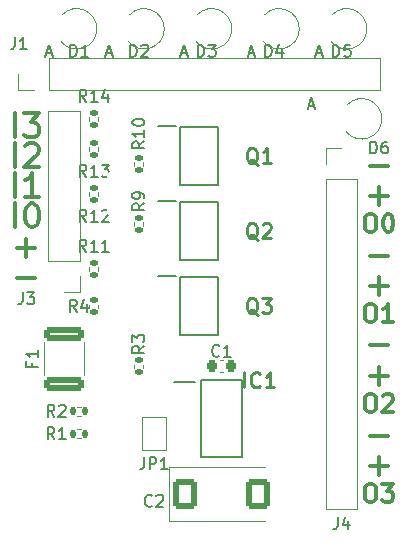
<source format=gto>
%TF.GenerationSoftware,KiCad,Pcbnew,(6.0.1)*%
%TF.CreationDate,2022-02-13T09:40:18+01:00*%
%TF.ProjectId,RC-MultiSwitcher,52432d4d-756c-4746-9953-776974636865,rev?*%
%TF.SameCoordinates,Original*%
%TF.FileFunction,Legend,Top*%
%TF.FilePolarity,Positive*%
%FSLAX46Y46*%
G04 Gerber Fmt 4.6, Leading zero omitted, Abs format (unit mm)*
G04 Created by KiCad (PCBNEW (6.0.1)) date 2022-02-13 09:40:18*
%MOMM*%
%LPD*%
G01*
G04 APERTURE LIST*
G04 Aperture macros list*
%AMRoundRect*
0 Rectangle with rounded corners*
0 $1 Rounding radius*
0 $2 $3 $4 $5 $6 $7 $8 $9 X,Y pos of 4 corners*
0 Add a 4 corners polygon primitive as box body*
4,1,4,$2,$3,$4,$5,$6,$7,$8,$9,$2,$3,0*
0 Add four circle primitives for the rounded corners*
1,1,$1+$1,$2,$3*
1,1,$1+$1,$4,$5*
1,1,$1+$1,$6,$7*
1,1,$1+$1,$8,$9*
0 Add four rect primitives between the rounded corners*
20,1,$1+$1,$2,$3,$4,$5,0*
20,1,$1+$1,$4,$5,$6,$7,0*
20,1,$1+$1,$6,$7,$8,$9,0*
20,1,$1+$1,$8,$9,$2,$3,0*%
G04 Aperture macros list end*
%ADD10C,0.300000*%
%ADD11C,0.150000*%
%ADD12C,0.254000*%
%ADD13C,0.120000*%
%ADD14C,0.200000*%
%ADD15R,2.200000X2.200000*%
%ADD16O,2.200000X2.200000*%
%ADD17RoundRect,0.135000X-0.185000X0.135000X-0.185000X-0.135000X0.185000X-0.135000X0.185000X0.135000X0*%
%ADD18R,1.700000X1.700000*%
%ADD19O,1.700000X1.700000*%
%ADD20RoundRect,0.250000X1.450000X-0.312500X1.450000X0.312500X-1.450000X0.312500X-1.450000X-0.312500X0*%
%ADD21RoundRect,0.225000X-0.225000X-0.250000X0.225000X-0.250000X0.225000X0.250000X-0.225000X0.250000X0*%
%ADD22R,1.500000X0.650000*%
%ADD23RoundRect,0.135000X0.185000X-0.135000X0.185000X0.135000X-0.185000X0.135000X-0.185000X-0.135000X0*%
%ADD24RoundRect,0.135000X-0.135000X-0.185000X0.135000X-0.185000X0.135000X0.185000X-0.135000X0.185000X0*%
%ADD25R,1.750000X0.950000*%
%ADD26R,1.750000X3.200000*%
%ADD27RoundRect,0.250000X-0.787500X-1.025000X0.787500X-1.025000X0.787500X1.025000X-0.787500X1.025000X0*%
%ADD28R,1.500000X1.000000*%
%ADD29R,1.600000X1.600000*%
%ADD30C,1.600000*%
G04 APERTURE END LIST*
D10*
X161798095Y-75707857D02*
X163321904Y-75707857D01*
X161798095Y-78247857D02*
X163321904Y-78247857D01*
X162560000Y-79009761D02*
X162560000Y-77485952D01*
X131762619Y-80914761D02*
X131762619Y-78914761D01*
X133095952Y-78914761D02*
X133286428Y-78914761D01*
X133476904Y-79010000D01*
X133572142Y-79105238D01*
X133667380Y-79295714D01*
X133762619Y-79676666D01*
X133762619Y-80152857D01*
X133667380Y-80533809D01*
X133572142Y-80724285D01*
X133476904Y-80819523D01*
X133286428Y-80914761D01*
X133095952Y-80914761D01*
X132905476Y-80819523D01*
X132810238Y-80724285D01*
X132715000Y-80533809D01*
X132619761Y-80152857D01*
X132619761Y-79676666D01*
X132715000Y-79295714D01*
X132810238Y-79105238D01*
X132905476Y-79010000D01*
X133095952Y-78914761D01*
X131953095Y-85232857D02*
X133476904Y-85232857D01*
X161798094Y-90922730D02*
X163321903Y-90922730D01*
X131762619Y-78374761D02*
X131762619Y-76374761D01*
X133762619Y-78374761D02*
X132619761Y-78374761D01*
X133191190Y-78374761D02*
X133191190Y-76374761D01*
X133000714Y-76660476D01*
X132810238Y-76850952D01*
X132619761Y-76946190D01*
X131762619Y-75834761D02*
X131762619Y-73834761D01*
X132619761Y-74025238D02*
X132715000Y-73930000D01*
X132905476Y-73834761D01*
X133381666Y-73834761D01*
X133572142Y-73930000D01*
X133667380Y-74025238D01*
X133762619Y-74215714D01*
X133762619Y-74406190D01*
X133667380Y-74691904D01*
X132524523Y-75834761D01*
X133762619Y-75834761D01*
X161702857Y-87443571D02*
X161988571Y-87443571D01*
X162131428Y-87515000D01*
X162274285Y-87657857D01*
X162345714Y-87943571D01*
X162345714Y-88443571D01*
X162274285Y-88729285D01*
X162131428Y-88872142D01*
X161988571Y-88943571D01*
X161702857Y-88943571D01*
X161560000Y-88872142D01*
X161417142Y-88729285D01*
X161345714Y-88443571D01*
X161345714Y-87943571D01*
X161417142Y-87657857D01*
X161560000Y-87515000D01*
X161702857Y-87443571D01*
X163774285Y-88943571D02*
X162917142Y-88943571D01*
X163345714Y-88943571D02*
X163345714Y-87443571D01*
X163202857Y-87657857D01*
X163060000Y-87800714D01*
X162917142Y-87872142D01*
X131762619Y-73294761D02*
X131762619Y-71294761D01*
X132524523Y-71294761D02*
X133762619Y-71294761D01*
X133095952Y-72056666D01*
X133381666Y-72056666D01*
X133572142Y-72151904D01*
X133667380Y-72247142D01*
X133762619Y-72437619D01*
X133762619Y-72913809D01*
X133667380Y-73104285D01*
X133572142Y-73199523D01*
X133381666Y-73294761D01*
X132810238Y-73294761D01*
X132619761Y-73199523D01*
X132524523Y-73104285D01*
X161798095Y-85867857D02*
X163321904Y-85867857D01*
X162560000Y-86629761D02*
X162560000Y-85105952D01*
X161798095Y-98567857D02*
X163321904Y-98567857D01*
X161702857Y-79823571D02*
X161988571Y-79823571D01*
X162131428Y-79895000D01*
X162274285Y-80037857D01*
X162345714Y-80323571D01*
X162345714Y-80823571D01*
X162274285Y-81109285D01*
X162131428Y-81252142D01*
X161988571Y-81323571D01*
X161702857Y-81323571D01*
X161560000Y-81252142D01*
X161417142Y-81109285D01*
X161345714Y-80823571D01*
X161345714Y-80323571D01*
X161417142Y-80037857D01*
X161560000Y-79895000D01*
X161702857Y-79823571D01*
X163274285Y-79823571D02*
X163417142Y-79823571D01*
X163560000Y-79895000D01*
X163631428Y-79966428D01*
X163702857Y-80109285D01*
X163774285Y-80395000D01*
X163774285Y-80752142D01*
X163702857Y-81037857D01*
X163631428Y-81180714D01*
X163560000Y-81252142D01*
X163417142Y-81323571D01*
X163274285Y-81323571D01*
X163131428Y-81252142D01*
X163060000Y-81180714D01*
X162988571Y-81037857D01*
X162917142Y-80752142D01*
X162917142Y-80395000D01*
X162988571Y-80109285D01*
X163060000Y-79966428D01*
X163131428Y-79895000D01*
X163274285Y-79823571D01*
X161798095Y-83327857D02*
X163321904Y-83327857D01*
X161702857Y-95063571D02*
X161988571Y-95063571D01*
X162131428Y-95135000D01*
X162274285Y-95277857D01*
X162345714Y-95563571D01*
X162345714Y-96063571D01*
X162274285Y-96349285D01*
X162131428Y-96492142D01*
X161988571Y-96563571D01*
X161702857Y-96563571D01*
X161560000Y-96492142D01*
X161417142Y-96349285D01*
X161345714Y-96063571D01*
X161345714Y-95563571D01*
X161417142Y-95277857D01*
X161560000Y-95135000D01*
X161702857Y-95063571D01*
X162917142Y-95206428D02*
X162988571Y-95135000D01*
X163131428Y-95063571D01*
X163488571Y-95063571D01*
X163631428Y-95135000D01*
X163702857Y-95206428D01*
X163774285Y-95349285D01*
X163774285Y-95492142D01*
X163702857Y-95706428D01*
X162845714Y-96563571D01*
X163774285Y-96563571D01*
X161798095Y-93487857D02*
X163321904Y-93487857D01*
X162560000Y-94249761D02*
X162560000Y-92725952D01*
X161702857Y-102683571D02*
X161988571Y-102683571D01*
X162131428Y-102755000D01*
X162274285Y-102897857D01*
X162345714Y-103183571D01*
X162345714Y-103683571D01*
X162274285Y-103969285D01*
X162131428Y-104112142D01*
X161988571Y-104183571D01*
X161702857Y-104183571D01*
X161560000Y-104112142D01*
X161417142Y-103969285D01*
X161345714Y-103683571D01*
X161345714Y-103183571D01*
X161417142Y-102897857D01*
X161560000Y-102755000D01*
X161702857Y-102683571D01*
X162845714Y-102683571D02*
X163774285Y-102683571D01*
X163274285Y-103255000D01*
X163488571Y-103255000D01*
X163631428Y-103326428D01*
X163702857Y-103397857D01*
X163774285Y-103540714D01*
X163774285Y-103897857D01*
X163702857Y-104040714D01*
X163631428Y-104112142D01*
X163488571Y-104183571D01*
X163060000Y-104183571D01*
X162917142Y-104112142D01*
X162845714Y-104040714D01*
X131953095Y-82692857D02*
X133476904Y-82692857D01*
X132715000Y-83454761D02*
X132715000Y-81930952D01*
X161798095Y-101107857D02*
X163321904Y-101107857D01*
X162560000Y-101869761D02*
X162560000Y-100345952D01*
D11*
X158646904Y-66492380D02*
X158646904Y-65492380D01*
X158885000Y-65492380D01*
X159027857Y-65540000D01*
X159123095Y-65635238D01*
X159170714Y-65730476D01*
X159218333Y-65920952D01*
X159218333Y-66063809D01*
X159170714Y-66254285D01*
X159123095Y-66349523D01*
X159027857Y-66444761D01*
X158885000Y-66492380D01*
X158646904Y-66492380D01*
X160123095Y-65492380D02*
X159646904Y-65492380D01*
X159599285Y-65968571D01*
X159646904Y-65920952D01*
X159742142Y-65873333D01*
X159980238Y-65873333D01*
X160075476Y-65920952D01*
X160123095Y-65968571D01*
X160170714Y-66063809D01*
X160170714Y-66301904D01*
X160123095Y-66397142D01*
X160075476Y-66444761D01*
X159980238Y-66492380D01*
X159742142Y-66492380D01*
X159646904Y-66444761D01*
X159599285Y-66397142D01*
X157241904Y-66206666D02*
X157718095Y-66206666D01*
X157146666Y-66492380D02*
X157480000Y-65492380D01*
X157813333Y-66492380D01*
X147216904Y-66492380D02*
X147216904Y-65492380D01*
X147455000Y-65492380D01*
X147597857Y-65540000D01*
X147693095Y-65635238D01*
X147740714Y-65730476D01*
X147788333Y-65920952D01*
X147788333Y-66063809D01*
X147740714Y-66254285D01*
X147693095Y-66349523D01*
X147597857Y-66444761D01*
X147455000Y-66492380D01*
X147216904Y-66492380D01*
X148121666Y-65492380D02*
X148740714Y-65492380D01*
X148407380Y-65873333D01*
X148550238Y-65873333D01*
X148645476Y-65920952D01*
X148693095Y-65968571D01*
X148740714Y-66063809D01*
X148740714Y-66301904D01*
X148693095Y-66397142D01*
X148645476Y-66444761D01*
X148550238Y-66492380D01*
X148264523Y-66492380D01*
X148169285Y-66444761D01*
X148121666Y-66397142D01*
X145811904Y-66206666D02*
X146288095Y-66206666D01*
X145716666Y-66492380D02*
X146050000Y-65492380D01*
X146383333Y-66492380D01*
X136421904Y-66492380D02*
X136421904Y-65492380D01*
X136660000Y-65492380D01*
X136802857Y-65540000D01*
X136898095Y-65635238D01*
X136945714Y-65730476D01*
X136993333Y-65920952D01*
X136993333Y-66063809D01*
X136945714Y-66254285D01*
X136898095Y-66349523D01*
X136802857Y-66444761D01*
X136660000Y-66492380D01*
X136421904Y-66492380D01*
X137945714Y-66492380D02*
X137374285Y-66492380D01*
X137660000Y-66492380D02*
X137660000Y-65492380D01*
X137564761Y-65635238D01*
X137469523Y-65730476D01*
X137374285Y-65778095D01*
X134381904Y-66206666D02*
X134858095Y-66206666D01*
X134286666Y-66492380D02*
X134620000Y-65492380D01*
X134953333Y-66492380D01*
X142692380Y-73667857D02*
X142216190Y-74001190D01*
X142692380Y-74239285D02*
X141692380Y-74239285D01*
X141692380Y-73858333D01*
X141740000Y-73763095D01*
X141787619Y-73715476D01*
X141882857Y-73667857D01*
X142025714Y-73667857D01*
X142120952Y-73715476D01*
X142168571Y-73763095D01*
X142216190Y-73858333D01*
X142216190Y-74239285D01*
X142692380Y-72715476D02*
X142692380Y-73286904D01*
X142692380Y-73001190D02*
X141692380Y-73001190D01*
X141835238Y-73096428D01*
X141930476Y-73191666D01*
X141978095Y-73286904D01*
X141692380Y-72096428D02*
X141692380Y-72001190D01*
X141740000Y-71905952D01*
X141787619Y-71858333D01*
X141882857Y-71810714D01*
X142073333Y-71763095D01*
X142311428Y-71763095D01*
X142501904Y-71810714D01*
X142597142Y-71858333D01*
X142644761Y-71905952D01*
X142692380Y-72001190D01*
X142692380Y-72096428D01*
X142644761Y-72191666D01*
X142597142Y-72239285D01*
X142501904Y-72286904D01*
X142311428Y-72334523D01*
X142073333Y-72334523D01*
X141882857Y-72286904D01*
X141787619Y-72239285D01*
X141740000Y-72191666D01*
X141692380Y-72096428D01*
X141501904Y-66492380D02*
X141501904Y-65492380D01*
X141740000Y-65492380D01*
X141882857Y-65540000D01*
X141978095Y-65635238D01*
X142025714Y-65730476D01*
X142073333Y-65920952D01*
X142073333Y-66063809D01*
X142025714Y-66254285D01*
X141978095Y-66349523D01*
X141882857Y-66444761D01*
X141740000Y-66492380D01*
X141501904Y-66492380D01*
X142454285Y-65587619D02*
X142501904Y-65540000D01*
X142597142Y-65492380D01*
X142835238Y-65492380D01*
X142930476Y-65540000D01*
X142978095Y-65587619D01*
X143025714Y-65682857D01*
X143025714Y-65778095D01*
X142978095Y-65920952D01*
X142406666Y-66492380D01*
X143025714Y-66492380D01*
X139461904Y-66206666D02*
X139938095Y-66206666D01*
X139366666Y-66492380D02*
X139700000Y-65492380D01*
X140033333Y-66492380D01*
X132381666Y-86447380D02*
X132381666Y-87161666D01*
X132334047Y-87304523D01*
X132238809Y-87399761D01*
X132095952Y-87447380D01*
X132000714Y-87447380D01*
X132762619Y-86447380D02*
X133381666Y-86447380D01*
X133048333Y-86828333D01*
X133191190Y-86828333D01*
X133286428Y-86875952D01*
X133334047Y-86923571D01*
X133381666Y-87018809D01*
X133381666Y-87256904D01*
X133334047Y-87352142D01*
X133286428Y-87399761D01*
X133191190Y-87447380D01*
X132905476Y-87447380D01*
X132810238Y-87399761D01*
X132762619Y-87352142D01*
X133168571Y-92408333D02*
X133168571Y-92741666D01*
X133692380Y-92741666D02*
X132692380Y-92741666D01*
X132692380Y-92265476D01*
X133692380Y-91360714D02*
X133692380Y-91932142D01*
X133692380Y-91646428D02*
X132692380Y-91646428D01*
X132835238Y-91741666D01*
X132930476Y-91836904D01*
X132978095Y-91932142D01*
X131746666Y-64857380D02*
X131746666Y-65571666D01*
X131699047Y-65714523D01*
X131603809Y-65809761D01*
X131460952Y-65857380D01*
X131365714Y-65857380D01*
X132746666Y-65857380D02*
X132175238Y-65857380D01*
X132460952Y-65857380D02*
X132460952Y-64857380D01*
X132365714Y-65000238D01*
X132270476Y-65095476D01*
X132175238Y-65143095D01*
X137787142Y-70302380D02*
X137453809Y-69826190D01*
X137215714Y-70302380D02*
X137215714Y-69302380D01*
X137596666Y-69302380D01*
X137691904Y-69350000D01*
X137739523Y-69397619D01*
X137787142Y-69492857D01*
X137787142Y-69635714D01*
X137739523Y-69730952D01*
X137691904Y-69778571D01*
X137596666Y-69826190D01*
X137215714Y-69826190D01*
X138739523Y-70302380D02*
X138168095Y-70302380D01*
X138453809Y-70302380D02*
X138453809Y-69302380D01*
X138358571Y-69445238D01*
X138263333Y-69540476D01*
X138168095Y-69588095D01*
X139596666Y-69635714D02*
X139596666Y-70302380D01*
X139358571Y-69254761D02*
X139120476Y-69969047D01*
X139739523Y-69969047D01*
X149058333Y-91797142D02*
X149010714Y-91844761D01*
X148867857Y-91892380D01*
X148772619Y-91892380D01*
X148629761Y-91844761D01*
X148534523Y-91749523D01*
X148486904Y-91654285D01*
X148439285Y-91463809D01*
X148439285Y-91320952D01*
X148486904Y-91130476D01*
X148534523Y-91035238D01*
X148629761Y-90940000D01*
X148772619Y-90892380D01*
X148867857Y-90892380D01*
X149010714Y-90940000D01*
X149058333Y-90987619D01*
X150010714Y-91892380D02*
X149439285Y-91892380D01*
X149725000Y-91892380D02*
X149725000Y-90892380D01*
X149629761Y-91035238D01*
X149534523Y-91130476D01*
X149439285Y-91178095D01*
X159051666Y-105497380D02*
X159051666Y-106211666D01*
X159004047Y-106354523D01*
X158908809Y-106449761D01*
X158765952Y-106497380D01*
X158670714Y-106497380D01*
X159956428Y-105830714D02*
X159956428Y-106497380D01*
X159718333Y-105449761D02*
X159480238Y-106164047D01*
X160099285Y-106164047D01*
D12*
X152279047Y-88325476D02*
X152158095Y-88265000D01*
X152037142Y-88144047D01*
X151855714Y-87962619D01*
X151734761Y-87902142D01*
X151613809Y-87902142D01*
X151674285Y-88204523D02*
X151553333Y-88144047D01*
X151432380Y-88023095D01*
X151371904Y-87781190D01*
X151371904Y-87357857D01*
X151432380Y-87115952D01*
X151553333Y-86995000D01*
X151674285Y-86934523D01*
X151916190Y-86934523D01*
X152037142Y-86995000D01*
X152158095Y-87115952D01*
X152218571Y-87357857D01*
X152218571Y-87781190D01*
X152158095Y-88023095D01*
X152037142Y-88144047D01*
X151916190Y-88204523D01*
X151674285Y-88204523D01*
X152641904Y-86934523D02*
X153428095Y-86934523D01*
X153004761Y-87418333D01*
X153186190Y-87418333D01*
X153307142Y-87478809D01*
X153367619Y-87539285D01*
X153428095Y-87660238D01*
X153428095Y-87962619D01*
X153367619Y-88083571D01*
X153307142Y-88144047D01*
X153186190Y-88204523D01*
X152823333Y-88204523D01*
X152702380Y-88144047D01*
X152641904Y-88083571D01*
D11*
X137787142Y-80462380D02*
X137453809Y-79986190D01*
X137215714Y-80462380D02*
X137215714Y-79462380D01*
X137596666Y-79462380D01*
X137691904Y-79510000D01*
X137739523Y-79557619D01*
X137787142Y-79652857D01*
X137787142Y-79795714D01*
X137739523Y-79890952D01*
X137691904Y-79938571D01*
X137596666Y-79986190D01*
X137215714Y-79986190D01*
X138739523Y-80462380D02*
X138168095Y-80462380D01*
X138453809Y-80462380D02*
X138453809Y-79462380D01*
X138358571Y-79605238D01*
X138263333Y-79700476D01*
X138168095Y-79748095D01*
X139120476Y-79557619D02*
X139168095Y-79510000D01*
X139263333Y-79462380D01*
X139501428Y-79462380D01*
X139596666Y-79510000D01*
X139644285Y-79557619D01*
X139691904Y-79652857D01*
X139691904Y-79748095D01*
X139644285Y-79890952D01*
X139072857Y-80462380D01*
X139691904Y-80462380D01*
X142692380Y-78906666D02*
X142216190Y-79240000D01*
X142692380Y-79478095D02*
X141692380Y-79478095D01*
X141692380Y-79097142D01*
X141740000Y-79001904D01*
X141787619Y-78954285D01*
X141882857Y-78906666D01*
X142025714Y-78906666D01*
X142120952Y-78954285D01*
X142168571Y-79001904D01*
X142216190Y-79097142D01*
X142216190Y-79478095D01*
X142692380Y-78430476D02*
X142692380Y-78240000D01*
X142644761Y-78144761D01*
X142597142Y-78097142D01*
X142454285Y-78001904D01*
X142263809Y-77954285D01*
X141882857Y-77954285D01*
X141787619Y-78001904D01*
X141740000Y-78049523D01*
X141692380Y-78144761D01*
X141692380Y-78335238D01*
X141740000Y-78430476D01*
X141787619Y-78478095D01*
X141882857Y-78525714D01*
X142120952Y-78525714D01*
X142216190Y-78478095D01*
X142263809Y-78430476D01*
X142311428Y-78335238D01*
X142311428Y-78144761D01*
X142263809Y-78049523D01*
X142216190Y-78001904D01*
X142120952Y-77954285D01*
X142692380Y-90971666D02*
X142216190Y-91305000D01*
X142692380Y-91543095D02*
X141692380Y-91543095D01*
X141692380Y-91162142D01*
X141740000Y-91066904D01*
X141787619Y-91019285D01*
X141882857Y-90971666D01*
X142025714Y-90971666D01*
X142120952Y-91019285D01*
X142168571Y-91066904D01*
X142216190Y-91162142D01*
X142216190Y-91543095D01*
X141692380Y-90638333D02*
X141692380Y-90019285D01*
X142073333Y-90352619D01*
X142073333Y-90209761D01*
X142120952Y-90114523D01*
X142168571Y-90066904D01*
X142263809Y-90019285D01*
X142501904Y-90019285D01*
X142597142Y-90066904D01*
X142644761Y-90114523D01*
X142692380Y-90209761D01*
X142692380Y-90495476D01*
X142644761Y-90590714D01*
X142597142Y-90638333D01*
X135088333Y-96972380D02*
X134755000Y-96496190D01*
X134516904Y-96972380D02*
X134516904Y-95972380D01*
X134897857Y-95972380D01*
X134993095Y-96020000D01*
X135040714Y-96067619D01*
X135088333Y-96162857D01*
X135088333Y-96305714D01*
X135040714Y-96400952D01*
X134993095Y-96448571D01*
X134897857Y-96496190D01*
X134516904Y-96496190D01*
X135469285Y-96067619D02*
X135516904Y-96020000D01*
X135612142Y-95972380D01*
X135850238Y-95972380D01*
X135945476Y-96020000D01*
X135993095Y-96067619D01*
X136040714Y-96162857D01*
X136040714Y-96258095D01*
X135993095Y-96400952D01*
X135421666Y-96972380D01*
X136040714Y-96972380D01*
D12*
X152279047Y-81975476D02*
X152158095Y-81915000D01*
X152037142Y-81794047D01*
X151855714Y-81612619D01*
X151734761Y-81552142D01*
X151613809Y-81552142D01*
X151674285Y-81854523D02*
X151553333Y-81794047D01*
X151432380Y-81673095D01*
X151371904Y-81431190D01*
X151371904Y-81007857D01*
X151432380Y-80765952D01*
X151553333Y-80645000D01*
X151674285Y-80584523D01*
X151916190Y-80584523D01*
X152037142Y-80645000D01*
X152158095Y-80765952D01*
X152218571Y-81007857D01*
X152218571Y-81431190D01*
X152158095Y-81673095D01*
X152037142Y-81794047D01*
X151916190Y-81854523D01*
X151674285Y-81854523D01*
X152702380Y-80705476D02*
X152762857Y-80645000D01*
X152883809Y-80584523D01*
X153186190Y-80584523D01*
X153307142Y-80645000D01*
X153367619Y-80705476D01*
X153428095Y-80826428D01*
X153428095Y-80947380D01*
X153367619Y-81128809D01*
X152641904Y-81854523D01*
X153428095Y-81854523D01*
D11*
X135088333Y-98877380D02*
X134755000Y-98401190D01*
X134516904Y-98877380D02*
X134516904Y-97877380D01*
X134897857Y-97877380D01*
X134993095Y-97925000D01*
X135040714Y-97972619D01*
X135088333Y-98067857D01*
X135088333Y-98210714D01*
X135040714Y-98305952D01*
X134993095Y-98353571D01*
X134897857Y-98401190D01*
X134516904Y-98401190D01*
X136040714Y-98877380D02*
X135469285Y-98877380D01*
X135755000Y-98877380D02*
X135755000Y-97877380D01*
X135659761Y-98020238D01*
X135564523Y-98115476D01*
X135469285Y-98163095D01*
X161821904Y-74682380D02*
X161821904Y-73682380D01*
X162060000Y-73682380D01*
X162202857Y-73730000D01*
X162298095Y-73825238D01*
X162345714Y-73920476D01*
X162393333Y-74110952D01*
X162393333Y-74253809D01*
X162345714Y-74444285D01*
X162298095Y-74539523D01*
X162202857Y-74634761D01*
X162060000Y-74682380D01*
X161821904Y-74682380D01*
X163250476Y-73682380D02*
X163060000Y-73682380D01*
X162964761Y-73730000D01*
X162917142Y-73777619D01*
X162821904Y-73920476D01*
X162774285Y-74110952D01*
X162774285Y-74491904D01*
X162821904Y-74587142D01*
X162869523Y-74634761D01*
X162964761Y-74682380D01*
X163155238Y-74682380D01*
X163250476Y-74634761D01*
X163298095Y-74587142D01*
X163345714Y-74491904D01*
X163345714Y-74253809D01*
X163298095Y-74158571D01*
X163250476Y-74110952D01*
X163155238Y-74063333D01*
X162964761Y-74063333D01*
X162869523Y-74110952D01*
X162821904Y-74158571D01*
X162774285Y-74253809D01*
X156606904Y-70651666D02*
X157083095Y-70651666D01*
X156511666Y-70937380D02*
X156845000Y-69937380D01*
X157178333Y-70937380D01*
D12*
X151160238Y-94479523D02*
X151160238Y-93209523D01*
X152490714Y-94358571D02*
X152430238Y-94419047D01*
X152248809Y-94479523D01*
X152127857Y-94479523D01*
X151946428Y-94419047D01*
X151825476Y-94298095D01*
X151765000Y-94177142D01*
X151704523Y-93935238D01*
X151704523Y-93753809D01*
X151765000Y-93511904D01*
X151825476Y-93390952D01*
X151946428Y-93270000D01*
X152127857Y-93209523D01*
X152248809Y-93209523D01*
X152430238Y-93270000D01*
X152490714Y-93330476D01*
X153700238Y-94479523D02*
X152974523Y-94479523D01*
X153337380Y-94479523D02*
X153337380Y-93209523D01*
X153216428Y-93390952D01*
X153095476Y-93511904D01*
X152974523Y-93572380D01*
X152279047Y-75625476D02*
X152158095Y-75565000D01*
X152037142Y-75444047D01*
X151855714Y-75262619D01*
X151734761Y-75202142D01*
X151613809Y-75202142D01*
X151674285Y-75504523D02*
X151553333Y-75444047D01*
X151432380Y-75323095D01*
X151371904Y-75081190D01*
X151371904Y-74657857D01*
X151432380Y-74415952D01*
X151553333Y-74295000D01*
X151674285Y-74234523D01*
X151916190Y-74234523D01*
X152037142Y-74295000D01*
X152158095Y-74415952D01*
X152218571Y-74657857D01*
X152218571Y-75081190D01*
X152158095Y-75323095D01*
X152037142Y-75444047D01*
X151916190Y-75504523D01*
X151674285Y-75504523D01*
X153428095Y-75504523D02*
X152702380Y-75504523D01*
X153065238Y-75504523D02*
X153065238Y-74234523D01*
X152944285Y-74415952D01*
X152823333Y-74536904D01*
X152702380Y-74597380D01*
D11*
X143343333Y-104497142D02*
X143295714Y-104544761D01*
X143152857Y-104592380D01*
X143057619Y-104592380D01*
X142914761Y-104544761D01*
X142819523Y-104449523D01*
X142771904Y-104354285D01*
X142724285Y-104163809D01*
X142724285Y-104020952D01*
X142771904Y-103830476D01*
X142819523Y-103735238D01*
X142914761Y-103640000D01*
X143057619Y-103592380D01*
X143152857Y-103592380D01*
X143295714Y-103640000D01*
X143343333Y-103687619D01*
X143724285Y-103687619D02*
X143771904Y-103640000D01*
X143867142Y-103592380D01*
X144105238Y-103592380D01*
X144200476Y-103640000D01*
X144248095Y-103687619D01*
X144295714Y-103782857D01*
X144295714Y-103878095D01*
X144248095Y-104020952D01*
X143676666Y-104592380D01*
X144295714Y-104592380D01*
X152931904Y-66492380D02*
X152931904Y-65492380D01*
X153170000Y-65492380D01*
X153312857Y-65540000D01*
X153408095Y-65635238D01*
X153455714Y-65730476D01*
X153503333Y-65920952D01*
X153503333Y-66063809D01*
X153455714Y-66254285D01*
X153408095Y-66349523D01*
X153312857Y-66444761D01*
X153170000Y-66492380D01*
X152931904Y-66492380D01*
X154360476Y-65825714D02*
X154360476Y-66492380D01*
X154122380Y-65444761D02*
X153884285Y-66159047D01*
X154503333Y-66159047D01*
X151526904Y-66206666D02*
X152003095Y-66206666D01*
X151431666Y-66492380D02*
X151765000Y-65492380D01*
X152098333Y-66492380D01*
X142676666Y-100417380D02*
X142676666Y-101131666D01*
X142629047Y-101274523D01*
X142533809Y-101369761D01*
X142390952Y-101417380D01*
X142295714Y-101417380D01*
X143152857Y-101417380D02*
X143152857Y-100417380D01*
X143533809Y-100417380D01*
X143629047Y-100465000D01*
X143676666Y-100512619D01*
X143724285Y-100607857D01*
X143724285Y-100750714D01*
X143676666Y-100845952D01*
X143629047Y-100893571D01*
X143533809Y-100941190D01*
X143152857Y-100941190D01*
X144676666Y-101417380D02*
X144105238Y-101417380D01*
X144390952Y-101417380D02*
X144390952Y-100417380D01*
X144295714Y-100560238D01*
X144200476Y-100655476D01*
X144105238Y-100703095D01*
X137787142Y-83002380D02*
X137453809Y-82526190D01*
X137215714Y-83002380D02*
X137215714Y-82002380D01*
X137596666Y-82002380D01*
X137691904Y-82050000D01*
X137739523Y-82097619D01*
X137787142Y-82192857D01*
X137787142Y-82335714D01*
X137739523Y-82430952D01*
X137691904Y-82478571D01*
X137596666Y-82526190D01*
X137215714Y-82526190D01*
X138739523Y-83002380D02*
X138168095Y-83002380D01*
X138453809Y-83002380D02*
X138453809Y-82002380D01*
X138358571Y-82145238D01*
X138263333Y-82240476D01*
X138168095Y-82288095D01*
X139691904Y-83002380D02*
X139120476Y-83002380D01*
X139406190Y-83002380D02*
X139406190Y-82002380D01*
X139310952Y-82145238D01*
X139215714Y-82240476D01*
X139120476Y-82288095D01*
X136993333Y-88082380D02*
X136660000Y-87606190D01*
X136421904Y-88082380D02*
X136421904Y-87082380D01*
X136802857Y-87082380D01*
X136898095Y-87130000D01*
X136945714Y-87177619D01*
X136993333Y-87272857D01*
X136993333Y-87415714D01*
X136945714Y-87510952D01*
X136898095Y-87558571D01*
X136802857Y-87606190D01*
X136421904Y-87606190D01*
X137850476Y-87415714D02*
X137850476Y-88082380D01*
X137612380Y-87034761D02*
X137374285Y-87749047D01*
X137993333Y-87749047D01*
X137787142Y-76652380D02*
X137453809Y-76176190D01*
X137215714Y-76652380D02*
X137215714Y-75652380D01*
X137596666Y-75652380D01*
X137691904Y-75700000D01*
X137739523Y-75747619D01*
X137787142Y-75842857D01*
X137787142Y-75985714D01*
X137739523Y-76080952D01*
X137691904Y-76128571D01*
X137596666Y-76176190D01*
X137215714Y-76176190D01*
X138739523Y-76652380D02*
X138168095Y-76652380D01*
X138453809Y-76652380D02*
X138453809Y-75652380D01*
X138358571Y-75795238D01*
X138263333Y-75890476D01*
X138168095Y-75938095D01*
X139072857Y-75652380D02*
X139691904Y-75652380D01*
X139358571Y-76033333D01*
X139501428Y-76033333D01*
X139596666Y-76080952D01*
X139644285Y-76128571D01*
X139691904Y-76223809D01*
X139691904Y-76461904D01*
X139644285Y-76557142D01*
X139596666Y-76604761D01*
X139501428Y-76652380D01*
X139215714Y-76652380D01*
X139120476Y-76604761D01*
X139072857Y-76557142D01*
D13*
X158510613Y-65235000D02*
G75*
G03*
X158570215Y-62967634I1311153J1100000D01*
G01*
X147080613Y-65235000D02*
G75*
G03*
X147140215Y-62967634I1311153J1100000D01*
G01*
X135650613Y-65235000D02*
G75*
G03*
X135710215Y-62967634I1311153J1100000D01*
G01*
X142620000Y-75411359D02*
X142620000Y-75718641D01*
X141860000Y-75411359D02*
X141860000Y-75718641D01*
X141365613Y-65235000D02*
G75*
G03*
X141425215Y-62967634I1311153J1100000D01*
G01*
X137220000Y-83820000D02*
X137220000Y-71060000D01*
X137220000Y-85090000D02*
X137220000Y-86420000D01*
X137220000Y-86420000D02*
X135890000Y-86420000D01*
X137220000Y-83820000D02*
X134560000Y-83820000D01*
X137220000Y-71060000D02*
X134560000Y-71060000D01*
X134560000Y-83820000D02*
X134560000Y-71060000D01*
X137600000Y-93461252D02*
X137600000Y-90688748D01*
X134180000Y-93461252D02*
X134180000Y-90688748D01*
X134615000Y-66615000D02*
X162615000Y-66615000D01*
X162615000Y-69275000D02*
X162615000Y-66615000D01*
X134615000Y-69275000D02*
X162615000Y-69275000D01*
X133345000Y-69275000D02*
X132015000Y-69275000D01*
X132015000Y-69275000D02*
X132015000Y-67945000D01*
X134615000Y-69275000D02*
X134615000Y-66615000D01*
X138810000Y-71601359D02*
X138810000Y-71908641D01*
X138050000Y-71601359D02*
X138050000Y-71908641D01*
X149084420Y-93220000D02*
X149365580Y-93220000D01*
X149084420Y-92200000D02*
X149365580Y-92200000D01*
X160715000Y-76830000D02*
X160715000Y-104830000D01*
X158055000Y-104830000D02*
X160715000Y-104830000D01*
X158055000Y-76830000D02*
X158055000Y-104830000D01*
X158055000Y-75560000D02*
X158055000Y-74230000D01*
X158055000Y-74230000D02*
X159385000Y-74230000D01*
X158055000Y-76830000D02*
X160715000Y-76830000D01*
D14*
X145720000Y-90080000D02*
X145720000Y-85180000D01*
X143870000Y-85050000D02*
X145370000Y-85050000D01*
X145720000Y-85180000D02*
X148920000Y-85180000D01*
X148920000Y-90080000D02*
X145720000Y-90080000D01*
X148920000Y-85180000D02*
X148920000Y-90080000D01*
D13*
X138810000Y-77951359D02*
X138810000Y-78258641D01*
X138050000Y-77951359D02*
X138050000Y-78258641D01*
X141860000Y-80798641D02*
X141860000Y-80491359D01*
X142620000Y-80798641D02*
X142620000Y-80491359D01*
X141860000Y-92863641D02*
X141860000Y-92556359D01*
X142620000Y-92863641D02*
X142620000Y-92556359D01*
X137006359Y-96140000D02*
X137313641Y-96140000D01*
X137006359Y-96900000D02*
X137313641Y-96900000D01*
D14*
X145720000Y-83730000D02*
X145720000Y-78830000D01*
X143870000Y-78700000D02*
X145370000Y-78700000D01*
X145720000Y-78830000D02*
X148920000Y-78830000D01*
X148920000Y-83730000D02*
X145720000Y-83730000D01*
X148920000Y-78830000D02*
X148920000Y-83730000D01*
D13*
X137006359Y-98045000D02*
X137313641Y-98045000D01*
X137006359Y-98805000D02*
X137313641Y-98805000D01*
X159780613Y-72855000D02*
G75*
G03*
X159840215Y-70587634I1311153J1100000D01*
G01*
D14*
X150975000Y-93905000D02*
X150975000Y-100405000D01*
X147475000Y-100405000D02*
X147475000Y-93905000D01*
X145200000Y-94030000D02*
X146950000Y-94030000D01*
X150975000Y-100405000D02*
X147475000Y-100405000D01*
X147475000Y-93905000D02*
X150975000Y-93905000D01*
X145720000Y-77380000D02*
X145720000Y-72480000D01*
X143870000Y-72350000D02*
X145370000Y-72350000D01*
X145720000Y-72480000D02*
X148920000Y-72480000D01*
X148920000Y-77380000D02*
X145720000Y-77380000D01*
X148920000Y-72480000D02*
X148920000Y-77380000D01*
D13*
X152875000Y-101245000D02*
X144815000Y-101245000D01*
X144815000Y-105765000D02*
X152875000Y-105765000D01*
X144815000Y-101245000D02*
X144815000Y-105765000D01*
X152795613Y-65235000D02*
G75*
G03*
X152855215Y-62967634I1311153J1100000D01*
G01*
X142510000Y-99825000D02*
X142510000Y-97025000D01*
X142510000Y-97025000D02*
X144510000Y-97025000D01*
X144510000Y-97025000D02*
X144510000Y-99825000D01*
X144510000Y-99825000D02*
X142510000Y-99825000D01*
X138050000Y-84608641D02*
X138050000Y-84301359D01*
X138810000Y-84608641D02*
X138810000Y-84301359D01*
X138050000Y-87783641D02*
X138050000Y-87476359D01*
X138810000Y-87783641D02*
X138810000Y-87476359D01*
X138050000Y-74448641D02*
X138050000Y-74141359D01*
X138810000Y-74448641D02*
X138810000Y-74141359D01*
%LPC*%
D15*
X159821766Y-64135000D03*
D16*
X157281766Y-64135000D03*
D15*
X148391766Y-64135000D03*
D16*
X145851766Y-64135000D03*
D15*
X136961766Y-64135000D03*
D16*
X134421766Y-64135000D03*
D17*
X142240000Y-75055000D03*
X142240000Y-76075000D03*
D15*
X142676766Y-64135000D03*
D16*
X140136766Y-64135000D03*
D18*
X135890000Y-85090000D03*
D19*
X135890000Y-82550000D03*
X135890000Y-80010000D03*
X135890000Y-77470000D03*
X135890000Y-74930000D03*
X135890000Y-72390000D03*
D20*
X135890000Y-94212500D03*
X135890000Y-89937500D03*
D18*
X133345000Y-67945000D03*
D19*
X135885000Y-67945000D03*
X138425000Y-67945000D03*
X140965000Y-67945000D03*
X143505000Y-67945000D03*
X146045000Y-67945000D03*
X148585000Y-67945000D03*
X151125000Y-67945000D03*
X153665000Y-67945000D03*
X156205000Y-67945000D03*
X158745000Y-67945000D03*
X161285000Y-67945000D03*
D17*
X138430000Y-71245000D03*
X138430000Y-72265000D03*
D21*
X148450000Y-92710000D03*
X150000000Y-92710000D03*
D18*
X159385000Y-75560000D03*
D19*
X159385000Y-78100000D03*
X159385000Y-80640000D03*
X159385000Y-83180000D03*
X159385000Y-85720000D03*
X159385000Y-88260000D03*
X159385000Y-90800000D03*
X159385000Y-93340000D03*
X159385000Y-95880000D03*
X159385000Y-98420000D03*
X159385000Y-100960000D03*
X159385000Y-103500000D03*
D22*
X144620000Y-85725000D03*
X144620000Y-86995000D03*
X144620000Y-88265000D03*
X144620000Y-89535000D03*
X150020000Y-89535000D03*
X150020000Y-88265000D03*
X150020000Y-86995000D03*
X150020000Y-85725000D03*
D17*
X138430000Y-77595000D03*
X138430000Y-78615000D03*
D23*
X142240000Y-81155000D03*
X142240000Y-80135000D03*
X142240000Y-93220000D03*
X142240000Y-92200000D03*
D24*
X136650000Y-96520000D03*
X137670000Y-96520000D03*
D22*
X144620000Y-79375000D03*
X144620000Y-80645000D03*
X144620000Y-81915000D03*
X144620000Y-83185000D03*
X150020000Y-83185000D03*
X150020000Y-81915000D03*
X150020000Y-80645000D03*
X150020000Y-79375000D03*
D24*
X136650000Y-98425000D03*
X137670000Y-98425000D03*
D15*
X161091766Y-71755000D03*
D16*
X158551766Y-71755000D03*
D25*
X146075000Y-94855000D03*
X146075000Y-97155000D03*
X146075000Y-99455000D03*
D26*
X152375000Y-97155000D03*
D22*
X144620000Y-73025000D03*
X144620000Y-74295000D03*
X144620000Y-75565000D03*
X144620000Y-76835000D03*
X150020000Y-76835000D03*
X150020000Y-75565000D03*
X150020000Y-74295000D03*
X150020000Y-73025000D03*
D27*
X146112500Y-103505000D03*
X152337500Y-103505000D03*
D15*
X154106766Y-64135000D03*
D16*
X151566766Y-64135000D03*
D28*
X143510000Y-97775000D03*
X143510000Y-99075000D03*
D23*
X138430000Y-84965000D03*
X138430000Y-83945000D03*
X138430000Y-88140000D03*
X138430000Y-87120000D03*
X138430000Y-74805000D03*
X138430000Y-73785000D03*
D29*
X140335000Y-104775000D03*
D30*
X140335000Y-102235000D03*
X140335000Y-99695000D03*
X140335000Y-97155000D03*
X140335000Y-94615000D03*
X140335000Y-92075000D03*
X140335000Y-89535000D03*
X140335000Y-86995000D03*
X140335000Y-84455000D03*
X140335000Y-81915000D03*
X140335000Y-79375000D03*
X140335000Y-76835000D03*
X140335000Y-74295000D03*
X140335000Y-71755000D03*
X155575000Y-71755000D03*
X155575000Y-74295000D03*
X155575000Y-76835000D03*
X155575000Y-79375000D03*
X155575000Y-81915000D03*
X155575000Y-84455000D03*
X155575000Y-86995000D03*
X155575000Y-89535000D03*
X155575000Y-92075000D03*
X155575000Y-94615000D03*
X155575000Y-97155000D03*
X155575000Y-99695000D03*
X155575000Y-102235000D03*
X155575000Y-104775000D03*
M02*

</source>
